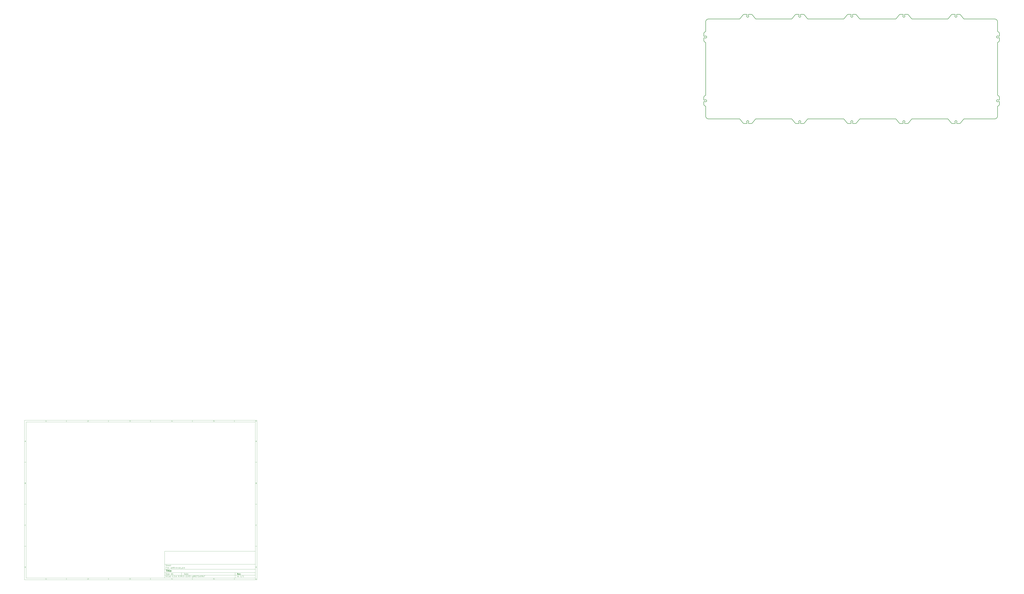
<source format=gbr>
%TF.GenerationSoftware,KiCad,Pcbnew,8.99.0-2193-g88272a59b7*%
%TF.CreationDate,2024-09-27T03:09:18+07:00*%
%TF.ProjectId,qk80,716b3830-2e6b-4696-9361-645f70636258,rev?*%
%TF.SameCoordinates,Original*%
%TF.FileFunction,Profile,NP*%
%FSLAX46Y46*%
G04 Gerber Fmt 4.6, Leading zero omitted, Abs format (unit mm)*
G04 Created by KiCad (PCBNEW 8.99.0-2193-g88272a59b7) date 2024-09-27 03:09:18*
%MOMM*%
%LPD*%
G01*
G04 APERTURE LIST*
%ADD10C,0.100000*%
%ADD11C,0.150000*%
%ADD12C,0.300000*%
%ADD13C,0.400000*%
%TA.AperFunction,Profile*%
%ADD14C,0.500000*%
%TD*%
G04 APERTURE END LIST*
D10*
D11*
X177002200Y-166007200D02*
X285002200Y-166007200D01*
X285002200Y-198007200D01*
X177002200Y-198007200D01*
X177002200Y-166007200D01*
D10*
D11*
X10000000Y-10000000D02*
X287002200Y-10000000D01*
X287002200Y-200007200D01*
X10000000Y-200007200D01*
X10000000Y-10000000D01*
D10*
D11*
X12000000Y-12000000D02*
X285002200Y-12000000D01*
X285002200Y-198007200D01*
X12000000Y-198007200D01*
X12000000Y-12000000D01*
D10*
D11*
X60000000Y-12000000D02*
X60000000Y-10000000D01*
D10*
D11*
X110000000Y-12000000D02*
X110000000Y-10000000D01*
D10*
D11*
X160000000Y-12000000D02*
X160000000Y-10000000D01*
D10*
D11*
X210000000Y-12000000D02*
X210000000Y-10000000D01*
D10*
D11*
X260000000Y-12000000D02*
X260000000Y-10000000D01*
D10*
D11*
X36089160Y-11593604D02*
X35346303Y-11593604D01*
X35717731Y-11593604D02*
X35717731Y-10293604D01*
X35717731Y-10293604D02*
X35593922Y-10479319D01*
X35593922Y-10479319D02*
X35470112Y-10603128D01*
X35470112Y-10603128D02*
X35346303Y-10665033D01*
D10*
D11*
X85346303Y-10417414D02*
X85408207Y-10355509D01*
X85408207Y-10355509D02*
X85532017Y-10293604D01*
X85532017Y-10293604D02*
X85841541Y-10293604D01*
X85841541Y-10293604D02*
X85965350Y-10355509D01*
X85965350Y-10355509D02*
X86027255Y-10417414D01*
X86027255Y-10417414D02*
X86089160Y-10541223D01*
X86089160Y-10541223D02*
X86089160Y-10665033D01*
X86089160Y-10665033D02*
X86027255Y-10850747D01*
X86027255Y-10850747D02*
X85284398Y-11593604D01*
X85284398Y-11593604D02*
X86089160Y-11593604D01*
D10*
D11*
X135284398Y-10293604D02*
X136089160Y-10293604D01*
X136089160Y-10293604D02*
X135655826Y-10788842D01*
X135655826Y-10788842D02*
X135841541Y-10788842D01*
X135841541Y-10788842D02*
X135965350Y-10850747D01*
X135965350Y-10850747D02*
X136027255Y-10912652D01*
X136027255Y-10912652D02*
X136089160Y-11036461D01*
X136089160Y-11036461D02*
X136089160Y-11345985D01*
X136089160Y-11345985D02*
X136027255Y-11469795D01*
X136027255Y-11469795D02*
X135965350Y-11531700D01*
X135965350Y-11531700D02*
X135841541Y-11593604D01*
X135841541Y-11593604D02*
X135470112Y-11593604D01*
X135470112Y-11593604D02*
X135346303Y-11531700D01*
X135346303Y-11531700D02*
X135284398Y-11469795D01*
D10*
D11*
X185965350Y-10726938D02*
X185965350Y-11593604D01*
X185655826Y-10231700D02*
X185346303Y-11160271D01*
X185346303Y-11160271D02*
X186151064Y-11160271D01*
D10*
D11*
X236027255Y-10293604D02*
X235408207Y-10293604D01*
X235408207Y-10293604D02*
X235346303Y-10912652D01*
X235346303Y-10912652D02*
X235408207Y-10850747D01*
X235408207Y-10850747D02*
X235532017Y-10788842D01*
X235532017Y-10788842D02*
X235841541Y-10788842D01*
X235841541Y-10788842D02*
X235965350Y-10850747D01*
X235965350Y-10850747D02*
X236027255Y-10912652D01*
X236027255Y-10912652D02*
X236089160Y-11036461D01*
X236089160Y-11036461D02*
X236089160Y-11345985D01*
X236089160Y-11345985D02*
X236027255Y-11469795D01*
X236027255Y-11469795D02*
X235965350Y-11531700D01*
X235965350Y-11531700D02*
X235841541Y-11593604D01*
X235841541Y-11593604D02*
X235532017Y-11593604D01*
X235532017Y-11593604D02*
X235408207Y-11531700D01*
X235408207Y-11531700D02*
X235346303Y-11469795D01*
D10*
D11*
X285965350Y-10293604D02*
X285717731Y-10293604D01*
X285717731Y-10293604D02*
X285593922Y-10355509D01*
X285593922Y-10355509D02*
X285532017Y-10417414D01*
X285532017Y-10417414D02*
X285408207Y-10603128D01*
X285408207Y-10603128D02*
X285346303Y-10850747D01*
X285346303Y-10850747D02*
X285346303Y-11345985D01*
X285346303Y-11345985D02*
X285408207Y-11469795D01*
X285408207Y-11469795D02*
X285470112Y-11531700D01*
X285470112Y-11531700D02*
X285593922Y-11593604D01*
X285593922Y-11593604D02*
X285841541Y-11593604D01*
X285841541Y-11593604D02*
X285965350Y-11531700D01*
X285965350Y-11531700D02*
X286027255Y-11469795D01*
X286027255Y-11469795D02*
X286089160Y-11345985D01*
X286089160Y-11345985D02*
X286089160Y-11036461D01*
X286089160Y-11036461D02*
X286027255Y-10912652D01*
X286027255Y-10912652D02*
X285965350Y-10850747D01*
X285965350Y-10850747D02*
X285841541Y-10788842D01*
X285841541Y-10788842D02*
X285593922Y-10788842D01*
X285593922Y-10788842D02*
X285470112Y-10850747D01*
X285470112Y-10850747D02*
X285408207Y-10912652D01*
X285408207Y-10912652D02*
X285346303Y-11036461D01*
D10*
D11*
X60000000Y-198007200D02*
X60000000Y-200007200D01*
D10*
D11*
X110000000Y-198007200D02*
X110000000Y-200007200D01*
D10*
D11*
X160000000Y-198007200D02*
X160000000Y-200007200D01*
D10*
D11*
X210000000Y-198007200D02*
X210000000Y-200007200D01*
D10*
D11*
X260000000Y-198007200D02*
X260000000Y-200007200D01*
D10*
D11*
X36089160Y-199600804D02*
X35346303Y-199600804D01*
X35717731Y-199600804D02*
X35717731Y-198300804D01*
X35717731Y-198300804D02*
X35593922Y-198486519D01*
X35593922Y-198486519D02*
X35470112Y-198610328D01*
X35470112Y-198610328D02*
X35346303Y-198672233D01*
D10*
D11*
X85346303Y-198424614D02*
X85408207Y-198362709D01*
X85408207Y-198362709D02*
X85532017Y-198300804D01*
X85532017Y-198300804D02*
X85841541Y-198300804D01*
X85841541Y-198300804D02*
X85965350Y-198362709D01*
X85965350Y-198362709D02*
X86027255Y-198424614D01*
X86027255Y-198424614D02*
X86089160Y-198548423D01*
X86089160Y-198548423D02*
X86089160Y-198672233D01*
X86089160Y-198672233D02*
X86027255Y-198857947D01*
X86027255Y-198857947D02*
X85284398Y-199600804D01*
X85284398Y-199600804D02*
X86089160Y-199600804D01*
D10*
D11*
X135284398Y-198300804D02*
X136089160Y-198300804D01*
X136089160Y-198300804D02*
X135655826Y-198796042D01*
X135655826Y-198796042D02*
X135841541Y-198796042D01*
X135841541Y-198796042D02*
X135965350Y-198857947D01*
X135965350Y-198857947D02*
X136027255Y-198919852D01*
X136027255Y-198919852D02*
X136089160Y-199043661D01*
X136089160Y-199043661D02*
X136089160Y-199353185D01*
X136089160Y-199353185D02*
X136027255Y-199476995D01*
X136027255Y-199476995D02*
X135965350Y-199538900D01*
X135965350Y-199538900D02*
X135841541Y-199600804D01*
X135841541Y-199600804D02*
X135470112Y-199600804D01*
X135470112Y-199600804D02*
X135346303Y-199538900D01*
X135346303Y-199538900D02*
X135284398Y-199476995D01*
D10*
D11*
X185965350Y-198734138D02*
X185965350Y-199600804D01*
X185655826Y-198238900D02*
X185346303Y-199167471D01*
X185346303Y-199167471D02*
X186151064Y-199167471D01*
D10*
D11*
X236027255Y-198300804D02*
X235408207Y-198300804D01*
X235408207Y-198300804D02*
X235346303Y-198919852D01*
X235346303Y-198919852D02*
X235408207Y-198857947D01*
X235408207Y-198857947D02*
X235532017Y-198796042D01*
X235532017Y-198796042D02*
X235841541Y-198796042D01*
X235841541Y-198796042D02*
X235965350Y-198857947D01*
X235965350Y-198857947D02*
X236027255Y-198919852D01*
X236027255Y-198919852D02*
X236089160Y-199043661D01*
X236089160Y-199043661D02*
X236089160Y-199353185D01*
X236089160Y-199353185D02*
X236027255Y-199476995D01*
X236027255Y-199476995D02*
X235965350Y-199538900D01*
X235965350Y-199538900D02*
X235841541Y-199600804D01*
X235841541Y-199600804D02*
X235532017Y-199600804D01*
X235532017Y-199600804D02*
X235408207Y-199538900D01*
X235408207Y-199538900D02*
X235346303Y-199476995D01*
D10*
D11*
X285965350Y-198300804D02*
X285717731Y-198300804D01*
X285717731Y-198300804D02*
X285593922Y-198362709D01*
X285593922Y-198362709D02*
X285532017Y-198424614D01*
X285532017Y-198424614D02*
X285408207Y-198610328D01*
X285408207Y-198610328D02*
X285346303Y-198857947D01*
X285346303Y-198857947D02*
X285346303Y-199353185D01*
X285346303Y-199353185D02*
X285408207Y-199476995D01*
X285408207Y-199476995D02*
X285470112Y-199538900D01*
X285470112Y-199538900D02*
X285593922Y-199600804D01*
X285593922Y-199600804D02*
X285841541Y-199600804D01*
X285841541Y-199600804D02*
X285965350Y-199538900D01*
X285965350Y-199538900D02*
X286027255Y-199476995D01*
X286027255Y-199476995D02*
X286089160Y-199353185D01*
X286089160Y-199353185D02*
X286089160Y-199043661D01*
X286089160Y-199043661D02*
X286027255Y-198919852D01*
X286027255Y-198919852D02*
X285965350Y-198857947D01*
X285965350Y-198857947D02*
X285841541Y-198796042D01*
X285841541Y-198796042D02*
X285593922Y-198796042D01*
X285593922Y-198796042D02*
X285470112Y-198857947D01*
X285470112Y-198857947D02*
X285408207Y-198919852D01*
X285408207Y-198919852D02*
X285346303Y-199043661D01*
D10*
D11*
X10000000Y-60000000D02*
X12000000Y-60000000D01*
D10*
D11*
X10000000Y-110000000D02*
X12000000Y-110000000D01*
D10*
D11*
X10000000Y-160000000D02*
X12000000Y-160000000D01*
D10*
D11*
X10690476Y-35222176D02*
X11309523Y-35222176D01*
X10566666Y-35593604D02*
X10999999Y-34293604D01*
X10999999Y-34293604D02*
X11433333Y-35593604D01*
D10*
D11*
X11092857Y-84912652D02*
X11278571Y-84974557D01*
X11278571Y-84974557D02*
X11340476Y-85036461D01*
X11340476Y-85036461D02*
X11402380Y-85160271D01*
X11402380Y-85160271D02*
X11402380Y-85345985D01*
X11402380Y-85345985D02*
X11340476Y-85469795D01*
X11340476Y-85469795D02*
X11278571Y-85531700D01*
X11278571Y-85531700D02*
X11154761Y-85593604D01*
X11154761Y-85593604D02*
X10659523Y-85593604D01*
X10659523Y-85593604D02*
X10659523Y-84293604D01*
X10659523Y-84293604D02*
X11092857Y-84293604D01*
X11092857Y-84293604D02*
X11216666Y-84355509D01*
X11216666Y-84355509D02*
X11278571Y-84417414D01*
X11278571Y-84417414D02*
X11340476Y-84541223D01*
X11340476Y-84541223D02*
X11340476Y-84665033D01*
X11340476Y-84665033D02*
X11278571Y-84788842D01*
X11278571Y-84788842D02*
X11216666Y-84850747D01*
X11216666Y-84850747D02*
X11092857Y-84912652D01*
X11092857Y-84912652D02*
X10659523Y-84912652D01*
D10*
D11*
X11402380Y-135469795D02*
X11340476Y-135531700D01*
X11340476Y-135531700D02*
X11154761Y-135593604D01*
X11154761Y-135593604D02*
X11030952Y-135593604D01*
X11030952Y-135593604D02*
X10845238Y-135531700D01*
X10845238Y-135531700D02*
X10721428Y-135407890D01*
X10721428Y-135407890D02*
X10659523Y-135284080D01*
X10659523Y-135284080D02*
X10597619Y-135036461D01*
X10597619Y-135036461D02*
X10597619Y-134850747D01*
X10597619Y-134850747D02*
X10659523Y-134603128D01*
X10659523Y-134603128D02*
X10721428Y-134479319D01*
X10721428Y-134479319D02*
X10845238Y-134355509D01*
X10845238Y-134355509D02*
X11030952Y-134293604D01*
X11030952Y-134293604D02*
X11154761Y-134293604D01*
X11154761Y-134293604D02*
X11340476Y-134355509D01*
X11340476Y-134355509D02*
X11402380Y-134417414D01*
D10*
D11*
X10659523Y-185593604D02*
X10659523Y-184293604D01*
X10659523Y-184293604D02*
X10969047Y-184293604D01*
X10969047Y-184293604D02*
X11154761Y-184355509D01*
X11154761Y-184355509D02*
X11278571Y-184479319D01*
X11278571Y-184479319D02*
X11340476Y-184603128D01*
X11340476Y-184603128D02*
X11402380Y-184850747D01*
X11402380Y-184850747D02*
X11402380Y-185036461D01*
X11402380Y-185036461D02*
X11340476Y-185284080D01*
X11340476Y-185284080D02*
X11278571Y-185407890D01*
X11278571Y-185407890D02*
X11154761Y-185531700D01*
X11154761Y-185531700D02*
X10969047Y-185593604D01*
X10969047Y-185593604D02*
X10659523Y-185593604D01*
D10*
D11*
X287002200Y-60000000D02*
X285002200Y-60000000D01*
D10*
D11*
X287002200Y-110000000D02*
X285002200Y-110000000D01*
D10*
D11*
X287002200Y-160000000D02*
X285002200Y-160000000D01*
D10*
D11*
X285692676Y-35222176D02*
X286311723Y-35222176D01*
X285568866Y-35593604D02*
X286002199Y-34293604D01*
X286002199Y-34293604D02*
X286435533Y-35593604D01*
D10*
D11*
X286095057Y-84912652D02*
X286280771Y-84974557D01*
X286280771Y-84974557D02*
X286342676Y-85036461D01*
X286342676Y-85036461D02*
X286404580Y-85160271D01*
X286404580Y-85160271D02*
X286404580Y-85345985D01*
X286404580Y-85345985D02*
X286342676Y-85469795D01*
X286342676Y-85469795D02*
X286280771Y-85531700D01*
X286280771Y-85531700D02*
X286156961Y-85593604D01*
X286156961Y-85593604D02*
X285661723Y-85593604D01*
X285661723Y-85593604D02*
X285661723Y-84293604D01*
X285661723Y-84293604D02*
X286095057Y-84293604D01*
X286095057Y-84293604D02*
X286218866Y-84355509D01*
X286218866Y-84355509D02*
X286280771Y-84417414D01*
X286280771Y-84417414D02*
X286342676Y-84541223D01*
X286342676Y-84541223D02*
X286342676Y-84665033D01*
X286342676Y-84665033D02*
X286280771Y-84788842D01*
X286280771Y-84788842D02*
X286218866Y-84850747D01*
X286218866Y-84850747D02*
X286095057Y-84912652D01*
X286095057Y-84912652D02*
X285661723Y-84912652D01*
D10*
D11*
X286404580Y-135469795D02*
X286342676Y-135531700D01*
X286342676Y-135531700D02*
X286156961Y-135593604D01*
X286156961Y-135593604D02*
X286033152Y-135593604D01*
X286033152Y-135593604D02*
X285847438Y-135531700D01*
X285847438Y-135531700D02*
X285723628Y-135407890D01*
X285723628Y-135407890D02*
X285661723Y-135284080D01*
X285661723Y-135284080D02*
X285599819Y-135036461D01*
X285599819Y-135036461D02*
X285599819Y-134850747D01*
X285599819Y-134850747D02*
X285661723Y-134603128D01*
X285661723Y-134603128D02*
X285723628Y-134479319D01*
X285723628Y-134479319D02*
X285847438Y-134355509D01*
X285847438Y-134355509D02*
X286033152Y-134293604D01*
X286033152Y-134293604D02*
X286156961Y-134293604D01*
X286156961Y-134293604D02*
X286342676Y-134355509D01*
X286342676Y-134355509D02*
X286404580Y-134417414D01*
D10*
D11*
X285661723Y-185593604D02*
X285661723Y-184293604D01*
X285661723Y-184293604D02*
X285971247Y-184293604D01*
X285971247Y-184293604D02*
X286156961Y-184355509D01*
X286156961Y-184355509D02*
X286280771Y-184479319D01*
X286280771Y-184479319D02*
X286342676Y-184603128D01*
X286342676Y-184603128D02*
X286404580Y-184850747D01*
X286404580Y-184850747D02*
X286404580Y-185036461D01*
X286404580Y-185036461D02*
X286342676Y-185284080D01*
X286342676Y-185284080D02*
X286280771Y-185407890D01*
X286280771Y-185407890D02*
X286156961Y-185531700D01*
X286156961Y-185531700D02*
X285971247Y-185593604D01*
X285971247Y-185593604D02*
X285661723Y-185593604D01*
D10*
D11*
X200458026Y-193793328D02*
X200458026Y-192293328D01*
X200458026Y-192293328D02*
X200815169Y-192293328D01*
X200815169Y-192293328D02*
X201029455Y-192364757D01*
X201029455Y-192364757D02*
X201172312Y-192507614D01*
X201172312Y-192507614D02*
X201243741Y-192650471D01*
X201243741Y-192650471D02*
X201315169Y-192936185D01*
X201315169Y-192936185D02*
X201315169Y-193150471D01*
X201315169Y-193150471D02*
X201243741Y-193436185D01*
X201243741Y-193436185D02*
X201172312Y-193579042D01*
X201172312Y-193579042D02*
X201029455Y-193721900D01*
X201029455Y-193721900D02*
X200815169Y-193793328D01*
X200815169Y-193793328D02*
X200458026Y-193793328D01*
X202600884Y-193793328D02*
X202600884Y-193007614D01*
X202600884Y-193007614D02*
X202529455Y-192864757D01*
X202529455Y-192864757D02*
X202386598Y-192793328D01*
X202386598Y-192793328D02*
X202100884Y-192793328D01*
X202100884Y-192793328D02*
X201958026Y-192864757D01*
X202600884Y-193721900D02*
X202458026Y-193793328D01*
X202458026Y-193793328D02*
X202100884Y-193793328D01*
X202100884Y-193793328D02*
X201958026Y-193721900D01*
X201958026Y-193721900D02*
X201886598Y-193579042D01*
X201886598Y-193579042D02*
X201886598Y-193436185D01*
X201886598Y-193436185D02*
X201958026Y-193293328D01*
X201958026Y-193293328D02*
X202100884Y-193221900D01*
X202100884Y-193221900D02*
X202458026Y-193221900D01*
X202458026Y-193221900D02*
X202600884Y-193150471D01*
X203100884Y-192793328D02*
X203672312Y-192793328D01*
X203315169Y-192293328D02*
X203315169Y-193579042D01*
X203315169Y-193579042D02*
X203386598Y-193721900D01*
X203386598Y-193721900D02*
X203529455Y-193793328D01*
X203529455Y-193793328D02*
X203672312Y-193793328D01*
X204743741Y-193721900D02*
X204600884Y-193793328D01*
X204600884Y-193793328D02*
X204315170Y-193793328D01*
X204315170Y-193793328D02*
X204172312Y-193721900D01*
X204172312Y-193721900D02*
X204100884Y-193579042D01*
X204100884Y-193579042D02*
X204100884Y-193007614D01*
X204100884Y-193007614D02*
X204172312Y-192864757D01*
X204172312Y-192864757D02*
X204315170Y-192793328D01*
X204315170Y-192793328D02*
X204600884Y-192793328D01*
X204600884Y-192793328D02*
X204743741Y-192864757D01*
X204743741Y-192864757D02*
X204815170Y-193007614D01*
X204815170Y-193007614D02*
X204815170Y-193150471D01*
X204815170Y-193150471D02*
X204100884Y-193293328D01*
X205458026Y-193650471D02*
X205529455Y-193721900D01*
X205529455Y-193721900D02*
X205458026Y-193793328D01*
X205458026Y-193793328D02*
X205386598Y-193721900D01*
X205386598Y-193721900D02*
X205458026Y-193650471D01*
X205458026Y-193650471D02*
X205458026Y-193793328D01*
X205458026Y-192864757D02*
X205529455Y-192936185D01*
X205529455Y-192936185D02*
X205458026Y-193007614D01*
X205458026Y-193007614D02*
X205386598Y-192936185D01*
X205386598Y-192936185D02*
X205458026Y-192864757D01*
X205458026Y-192864757D02*
X205458026Y-193007614D01*
D10*
D11*
X177002200Y-194507200D02*
X285002200Y-194507200D01*
D10*
D11*
X178458026Y-196593328D02*
X178458026Y-195093328D01*
X179315169Y-196593328D02*
X178672312Y-195736185D01*
X179315169Y-195093328D02*
X178458026Y-195950471D01*
X179958026Y-196593328D02*
X179958026Y-195593328D01*
X179958026Y-195093328D02*
X179886598Y-195164757D01*
X179886598Y-195164757D02*
X179958026Y-195236185D01*
X179958026Y-195236185D02*
X180029455Y-195164757D01*
X180029455Y-195164757D02*
X179958026Y-195093328D01*
X179958026Y-195093328D02*
X179958026Y-195236185D01*
X181529455Y-196450471D02*
X181458027Y-196521900D01*
X181458027Y-196521900D02*
X181243741Y-196593328D01*
X181243741Y-196593328D02*
X181100884Y-196593328D01*
X181100884Y-196593328D02*
X180886598Y-196521900D01*
X180886598Y-196521900D02*
X180743741Y-196379042D01*
X180743741Y-196379042D02*
X180672312Y-196236185D01*
X180672312Y-196236185D02*
X180600884Y-195950471D01*
X180600884Y-195950471D02*
X180600884Y-195736185D01*
X180600884Y-195736185D02*
X180672312Y-195450471D01*
X180672312Y-195450471D02*
X180743741Y-195307614D01*
X180743741Y-195307614D02*
X180886598Y-195164757D01*
X180886598Y-195164757D02*
X181100884Y-195093328D01*
X181100884Y-195093328D02*
X181243741Y-195093328D01*
X181243741Y-195093328D02*
X181458027Y-195164757D01*
X181458027Y-195164757D02*
X181529455Y-195236185D01*
X182815170Y-196593328D02*
X182815170Y-195807614D01*
X182815170Y-195807614D02*
X182743741Y-195664757D01*
X182743741Y-195664757D02*
X182600884Y-195593328D01*
X182600884Y-195593328D02*
X182315170Y-195593328D01*
X182315170Y-195593328D02*
X182172312Y-195664757D01*
X182815170Y-196521900D02*
X182672312Y-196593328D01*
X182672312Y-196593328D02*
X182315170Y-196593328D01*
X182315170Y-196593328D02*
X182172312Y-196521900D01*
X182172312Y-196521900D02*
X182100884Y-196379042D01*
X182100884Y-196379042D02*
X182100884Y-196236185D01*
X182100884Y-196236185D02*
X182172312Y-196093328D01*
X182172312Y-196093328D02*
X182315170Y-196021900D01*
X182315170Y-196021900D02*
X182672312Y-196021900D01*
X182672312Y-196021900D02*
X182815170Y-195950471D01*
X184172313Y-196593328D02*
X184172313Y-195093328D01*
X184172313Y-196521900D02*
X184029455Y-196593328D01*
X184029455Y-196593328D02*
X183743741Y-196593328D01*
X183743741Y-196593328D02*
X183600884Y-196521900D01*
X183600884Y-196521900D02*
X183529455Y-196450471D01*
X183529455Y-196450471D02*
X183458027Y-196307614D01*
X183458027Y-196307614D02*
X183458027Y-195879042D01*
X183458027Y-195879042D02*
X183529455Y-195736185D01*
X183529455Y-195736185D02*
X183600884Y-195664757D01*
X183600884Y-195664757D02*
X183743741Y-195593328D01*
X183743741Y-195593328D02*
X184029455Y-195593328D01*
X184029455Y-195593328D02*
X184172313Y-195664757D01*
X186029455Y-195807614D02*
X186529455Y-195807614D01*
X186743741Y-196593328D02*
X186029455Y-196593328D01*
X186029455Y-196593328D02*
X186029455Y-195093328D01*
X186029455Y-195093328D02*
X186743741Y-195093328D01*
X187386598Y-196450471D02*
X187458027Y-196521900D01*
X187458027Y-196521900D02*
X187386598Y-196593328D01*
X187386598Y-196593328D02*
X187315170Y-196521900D01*
X187315170Y-196521900D02*
X187386598Y-196450471D01*
X187386598Y-196450471D02*
X187386598Y-196593328D01*
X188100884Y-196593328D02*
X188100884Y-195093328D01*
X188100884Y-195093328D02*
X188458027Y-195093328D01*
X188458027Y-195093328D02*
X188672313Y-195164757D01*
X188672313Y-195164757D02*
X188815170Y-195307614D01*
X188815170Y-195307614D02*
X188886599Y-195450471D01*
X188886599Y-195450471D02*
X188958027Y-195736185D01*
X188958027Y-195736185D02*
X188958027Y-195950471D01*
X188958027Y-195950471D02*
X188886599Y-196236185D01*
X188886599Y-196236185D02*
X188815170Y-196379042D01*
X188815170Y-196379042D02*
X188672313Y-196521900D01*
X188672313Y-196521900D02*
X188458027Y-196593328D01*
X188458027Y-196593328D02*
X188100884Y-196593328D01*
X189600884Y-196450471D02*
X189672313Y-196521900D01*
X189672313Y-196521900D02*
X189600884Y-196593328D01*
X189600884Y-196593328D02*
X189529456Y-196521900D01*
X189529456Y-196521900D02*
X189600884Y-196450471D01*
X189600884Y-196450471D02*
X189600884Y-196593328D01*
X190243742Y-196164757D02*
X190958028Y-196164757D01*
X190100885Y-196593328D02*
X190600885Y-195093328D01*
X190600885Y-195093328D02*
X191100885Y-196593328D01*
X191600884Y-196450471D02*
X191672313Y-196521900D01*
X191672313Y-196521900D02*
X191600884Y-196593328D01*
X191600884Y-196593328D02*
X191529456Y-196521900D01*
X191529456Y-196521900D02*
X191600884Y-196450471D01*
X191600884Y-196450471D02*
X191600884Y-196593328D01*
X193672313Y-195736185D02*
X193529456Y-195664757D01*
X193529456Y-195664757D02*
X193458027Y-195593328D01*
X193458027Y-195593328D02*
X193386599Y-195450471D01*
X193386599Y-195450471D02*
X193386599Y-195379042D01*
X193386599Y-195379042D02*
X193458027Y-195236185D01*
X193458027Y-195236185D02*
X193529456Y-195164757D01*
X193529456Y-195164757D02*
X193672313Y-195093328D01*
X193672313Y-195093328D02*
X193958027Y-195093328D01*
X193958027Y-195093328D02*
X194100885Y-195164757D01*
X194100885Y-195164757D02*
X194172313Y-195236185D01*
X194172313Y-195236185D02*
X194243742Y-195379042D01*
X194243742Y-195379042D02*
X194243742Y-195450471D01*
X194243742Y-195450471D02*
X194172313Y-195593328D01*
X194172313Y-195593328D02*
X194100885Y-195664757D01*
X194100885Y-195664757D02*
X193958027Y-195736185D01*
X193958027Y-195736185D02*
X193672313Y-195736185D01*
X193672313Y-195736185D02*
X193529456Y-195807614D01*
X193529456Y-195807614D02*
X193458027Y-195879042D01*
X193458027Y-195879042D02*
X193386599Y-196021900D01*
X193386599Y-196021900D02*
X193386599Y-196307614D01*
X193386599Y-196307614D02*
X193458027Y-196450471D01*
X193458027Y-196450471D02*
X193529456Y-196521900D01*
X193529456Y-196521900D02*
X193672313Y-196593328D01*
X193672313Y-196593328D02*
X193958027Y-196593328D01*
X193958027Y-196593328D02*
X194100885Y-196521900D01*
X194100885Y-196521900D02*
X194172313Y-196450471D01*
X194172313Y-196450471D02*
X194243742Y-196307614D01*
X194243742Y-196307614D02*
X194243742Y-196021900D01*
X194243742Y-196021900D02*
X194172313Y-195879042D01*
X194172313Y-195879042D02*
X194100885Y-195807614D01*
X194100885Y-195807614D02*
X193958027Y-195736185D01*
X194886598Y-196450471D02*
X194958027Y-196521900D01*
X194958027Y-196521900D02*
X194886598Y-196593328D01*
X194886598Y-196593328D02*
X194815170Y-196521900D01*
X194815170Y-196521900D02*
X194886598Y-196450471D01*
X194886598Y-196450471D02*
X194886598Y-196593328D01*
X195672313Y-196593328D02*
X195958027Y-196593328D01*
X195958027Y-196593328D02*
X196100884Y-196521900D01*
X196100884Y-196521900D02*
X196172313Y-196450471D01*
X196172313Y-196450471D02*
X196315170Y-196236185D01*
X196315170Y-196236185D02*
X196386599Y-195950471D01*
X196386599Y-195950471D02*
X196386599Y-195379042D01*
X196386599Y-195379042D02*
X196315170Y-195236185D01*
X196315170Y-195236185D02*
X196243742Y-195164757D01*
X196243742Y-195164757D02*
X196100884Y-195093328D01*
X196100884Y-195093328D02*
X195815170Y-195093328D01*
X195815170Y-195093328D02*
X195672313Y-195164757D01*
X195672313Y-195164757D02*
X195600884Y-195236185D01*
X195600884Y-195236185D02*
X195529456Y-195379042D01*
X195529456Y-195379042D02*
X195529456Y-195736185D01*
X195529456Y-195736185D02*
X195600884Y-195879042D01*
X195600884Y-195879042D02*
X195672313Y-195950471D01*
X195672313Y-195950471D02*
X195815170Y-196021900D01*
X195815170Y-196021900D02*
X196100884Y-196021900D01*
X196100884Y-196021900D02*
X196243742Y-195950471D01*
X196243742Y-195950471D02*
X196315170Y-195879042D01*
X196315170Y-195879042D02*
X196386599Y-195736185D01*
X197100884Y-196593328D02*
X197386598Y-196593328D01*
X197386598Y-196593328D02*
X197529455Y-196521900D01*
X197529455Y-196521900D02*
X197600884Y-196450471D01*
X197600884Y-196450471D02*
X197743741Y-196236185D01*
X197743741Y-196236185D02*
X197815170Y-195950471D01*
X197815170Y-195950471D02*
X197815170Y-195379042D01*
X197815170Y-195379042D02*
X197743741Y-195236185D01*
X197743741Y-195236185D02*
X197672313Y-195164757D01*
X197672313Y-195164757D02*
X197529455Y-195093328D01*
X197529455Y-195093328D02*
X197243741Y-195093328D01*
X197243741Y-195093328D02*
X197100884Y-195164757D01*
X197100884Y-195164757D02*
X197029455Y-195236185D01*
X197029455Y-195236185D02*
X196958027Y-195379042D01*
X196958027Y-195379042D02*
X196958027Y-195736185D01*
X196958027Y-195736185D02*
X197029455Y-195879042D01*
X197029455Y-195879042D02*
X197100884Y-195950471D01*
X197100884Y-195950471D02*
X197243741Y-196021900D01*
X197243741Y-196021900D02*
X197529455Y-196021900D01*
X197529455Y-196021900D02*
X197672313Y-195950471D01*
X197672313Y-195950471D02*
X197743741Y-195879042D01*
X197743741Y-195879042D02*
X197815170Y-195736185D01*
X198458026Y-196450471D02*
X198529455Y-196521900D01*
X198529455Y-196521900D02*
X198458026Y-196593328D01*
X198458026Y-196593328D02*
X198386598Y-196521900D01*
X198386598Y-196521900D02*
X198458026Y-196450471D01*
X198458026Y-196450471D02*
X198458026Y-196593328D01*
X199458027Y-195093328D02*
X199600884Y-195093328D01*
X199600884Y-195093328D02*
X199743741Y-195164757D01*
X199743741Y-195164757D02*
X199815170Y-195236185D01*
X199815170Y-195236185D02*
X199886598Y-195379042D01*
X199886598Y-195379042D02*
X199958027Y-195664757D01*
X199958027Y-195664757D02*
X199958027Y-196021900D01*
X199958027Y-196021900D02*
X199886598Y-196307614D01*
X199886598Y-196307614D02*
X199815170Y-196450471D01*
X199815170Y-196450471D02*
X199743741Y-196521900D01*
X199743741Y-196521900D02*
X199600884Y-196593328D01*
X199600884Y-196593328D02*
X199458027Y-196593328D01*
X199458027Y-196593328D02*
X199315170Y-196521900D01*
X199315170Y-196521900D02*
X199243741Y-196450471D01*
X199243741Y-196450471D02*
X199172312Y-196307614D01*
X199172312Y-196307614D02*
X199100884Y-196021900D01*
X199100884Y-196021900D02*
X199100884Y-195664757D01*
X199100884Y-195664757D02*
X199172312Y-195379042D01*
X199172312Y-195379042D02*
X199243741Y-195236185D01*
X199243741Y-195236185D02*
X199315170Y-195164757D01*
X199315170Y-195164757D02*
X199458027Y-195093328D01*
X200600883Y-196021900D02*
X201743741Y-196021900D01*
X202386598Y-195236185D02*
X202458026Y-195164757D01*
X202458026Y-195164757D02*
X202600884Y-195093328D01*
X202600884Y-195093328D02*
X202958026Y-195093328D01*
X202958026Y-195093328D02*
X203100884Y-195164757D01*
X203100884Y-195164757D02*
X203172312Y-195236185D01*
X203172312Y-195236185D02*
X203243741Y-195379042D01*
X203243741Y-195379042D02*
X203243741Y-195521900D01*
X203243741Y-195521900D02*
X203172312Y-195736185D01*
X203172312Y-195736185D02*
X202315169Y-196593328D01*
X202315169Y-196593328D02*
X203243741Y-196593328D01*
X204672312Y-196593328D02*
X203815169Y-196593328D01*
X204243740Y-196593328D02*
X204243740Y-195093328D01*
X204243740Y-195093328D02*
X204100883Y-195307614D01*
X204100883Y-195307614D02*
X203958026Y-195450471D01*
X203958026Y-195450471D02*
X203815169Y-195521900D01*
X205386597Y-196593328D02*
X205672311Y-196593328D01*
X205672311Y-196593328D02*
X205815168Y-196521900D01*
X205815168Y-196521900D02*
X205886597Y-196450471D01*
X205886597Y-196450471D02*
X206029454Y-196236185D01*
X206029454Y-196236185D02*
X206100883Y-195950471D01*
X206100883Y-195950471D02*
X206100883Y-195379042D01*
X206100883Y-195379042D02*
X206029454Y-195236185D01*
X206029454Y-195236185D02*
X205958026Y-195164757D01*
X205958026Y-195164757D02*
X205815168Y-195093328D01*
X205815168Y-195093328D02*
X205529454Y-195093328D01*
X205529454Y-195093328D02*
X205386597Y-195164757D01*
X205386597Y-195164757D02*
X205315168Y-195236185D01*
X205315168Y-195236185D02*
X205243740Y-195379042D01*
X205243740Y-195379042D02*
X205243740Y-195736185D01*
X205243740Y-195736185D02*
X205315168Y-195879042D01*
X205315168Y-195879042D02*
X205386597Y-195950471D01*
X205386597Y-195950471D02*
X205529454Y-196021900D01*
X205529454Y-196021900D02*
X205815168Y-196021900D01*
X205815168Y-196021900D02*
X205958026Y-195950471D01*
X205958026Y-195950471D02*
X206029454Y-195879042D01*
X206029454Y-195879042D02*
X206100883Y-195736185D01*
X206600882Y-195093328D02*
X207529454Y-195093328D01*
X207529454Y-195093328D02*
X207029454Y-195664757D01*
X207029454Y-195664757D02*
X207243739Y-195664757D01*
X207243739Y-195664757D02*
X207386597Y-195736185D01*
X207386597Y-195736185D02*
X207458025Y-195807614D01*
X207458025Y-195807614D02*
X207529454Y-195950471D01*
X207529454Y-195950471D02*
X207529454Y-196307614D01*
X207529454Y-196307614D02*
X207458025Y-196450471D01*
X207458025Y-196450471D02*
X207386597Y-196521900D01*
X207386597Y-196521900D02*
X207243739Y-196593328D01*
X207243739Y-196593328D02*
X206815168Y-196593328D01*
X206815168Y-196593328D02*
X206672311Y-196521900D01*
X206672311Y-196521900D02*
X206600882Y-196450471D01*
X208172310Y-196021900D02*
X209315168Y-196021900D01*
X210672311Y-195593328D02*
X210672311Y-196807614D01*
X210672311Y-196807614D02*
X210600882Y-196950471D01*
X210600882Y-196950471D02*
X210529453Y-197021900D01*
X210529453Y-197021900D02*
X210386596Y-197093328D01*
X210386596Y-197093328D02*
X210172311Y-197093328D01*
X210172311Y-197093328D02*
X210029453Y-197021900D01*
X210672311Y-196521900D02*
X210529453Y-196593328D01*
X210529453Y-196593328D02*
X210243739Y-196593328D01*
X210243739Y-196593328D02*
X210100882Y-196521900D01*
X210100882Y-196521900D02*
X210029453Y-196450471D01*
X210029453Y-196450471D02*
X209958025Y-196307614D01*
X209958025Y-196307614D02*
X209958025Y-195879042D01*
X209958025Y-195879042D02*
X210029453Y-195736185D01*
X210029453Y-195736185D02*
X210100882Y-195664757D01*
X210100882Y-195664757D02*
X210243739Y-195593328D01*
X210243739Y-195593328D02*
X210529453Y-195593328D01*
X210529453Y-195593328D02*
X210672311Y-195664757D01*
X211600882Y-195736185D02*
X211458025Y-195664757D01*
X211458025Y-195664757D02*
X211386596Y-195593328D01*
X211386596Y-195593328D02*
X211315168Y-195450471D01*
X211315168Y-195450471D02*
X211315168Y-195379042D01*
X211315168Y-195379042D02*
X211386596Y-195236185D01*
X211386596Y-195236185D02*
X211458025Y-195164757D01*
X211458025Y-195164757D02*
X211600882Y-195093328D01*
X211600882Y-195093328D02*
X211886596Y-195093328D01*
X211886596Y-195093328D02*
X212029454Y-195164757D01*
X212029454Y-195164757D02*
X212100882Y-195236185D01*
X212100882Y-195236185D02*
X212172311Y-195379042D01*
X212172311Y-195379042D02*
X212172311Y-195450471D01*
X212172311Y-195450471D02*
X212100882Y-195593328D01*
X212100882Y-195593328D02*
X212029454Y-195664757D01*
X212029454Y-195664757D02*
X211886596Y-195736185D01*
X211886596Y-195736185D02*
X211600882Y-195736185D01*
X211600882Y-195736185D02*
X211458025Y-195807614D01*
X211458025Y-195807614D02*
X211386596Y-195879042D01*
X211386596Y-195879042D02*
X211315168Y-196021900D01*
X211315168Y-196021900D02*
X211315168Y-196307614D01*
X211315168Y-196307614D02*
X211386596Y-196450471D01*
X211386596Y-196450471D02*
X211458025Y-196521900D01*
X211458025Y-196521900D02*
X211600882Y-196593328D01*
X211600882Y-196593328D02*
X211886596Y-196593328D01*
X211886596Y-196593328D02*
X212029454Y-196521900D01*
X212029454Y-196521900D02*
X212100882Y-196450471D01*
X212100882Y-196450471D02*
X212172311Y-196307614D01*
X212172311Y-196307614D02*
X212172311Y-196021900D01*
X212172311Y-196021900D02*
X212100882Y-195879042D01*
X212100882Y-195879042D02*
X212029454Y-195807614D01*
X212029454Y-195807614D02*
X211886596Y-195736185D01*
X213029453Y-195736185D02*
X212886596Y-195664757D01*
X212886596Y-195664757D02*
X212815167Y-195593328D01*
X212815167Y-195593328D02*
X212743739Y-195450471D01*
X212743739Y-195450471D02*
X212743739Y-195379042D01*
X212743739Y-195379042D02*
X212815167Y-195236185D01*
X212815167Y-195236185D02*
X212886596Y-195164757D01*
X212886596Y-195164757D02*
X213029453Y-195093328D01*
X213029453Y-195093328D02*
X213315167Y-195093328D01*
X213315167Y-195093328D02*
X213458025Y-195164757D01*
X213458025Y-195164757D02*
X213529453Y-195236185D01*
X213529453Y-195236185D02*
X213600882Y-195379042D01*
X213600882Y-195379042D02*
X213600882Y-195450471D01*
X213600882Y-195450471D02*
X213529453Y-195593328D01*
X213529453Y-195593328D02*
X213458025Y-195664757D01*
X213458025Y-195664757D02*
X213315167Y-195736185D01*
X213315167Y-195736185D02*
X213029453Y-195736185D01*
X213029453Y-195736185D02*
X212886596Y-195807614D01*
X212886596Y-195807614D02*
X212815167Y-195879042D01*
X212815167Y-195879042D02*
X212743739Y-196021900D01*
X212743739Y-196021900D02*
X212743739Y-196307614D01*
X212743739Y-196307614D02*
X212815167Y-196450471D01*
X212815167Y-196450471D02*
X212886596Y-196521900D01*
X212886596Y-196521900D02*
X213029453Y-196593328D01*
X213029453Y-196593328D02*
X213315167Y-196593328D01*
X213315167Y-196593328D02*
X213458025Y-196521900D01*
X213458025Y-196521900D02*
X213529453Y-196450471D01*
X213529453Y-196450471D02*
X213600882Y-196307614D01*
X213600882Y-196307614D02*
X213600882Y-196021900D01*
X213600882Y-196021900D02*
X213529453Y-195879042D01*
X213529453Y-195879042D02*
X213458025Y-195807614D01*
X213458025Y-195807614D02*
X213315167Y-195736185D01*
X214172310Y-195236185D02*
X214243738Y-195164757D01*
X214243738Y-195164757D02*
X214386596Y-195093328D01*
X214386596Y-195093328D02*
X214743738Y-195093328D01*
X214743738Y-195093328D02*
X214886596Y-195164757D01*
X214886596Y-195164757D02*
X214958024Y-195236185D01*
X214958024Y-195236185D02*
X215029453Y-195379042D01*
X215029453Y-195379042D02*
X215029453Y-195521900D01*
X215029453Y-195521900D02*
X214958024Y-195736185D01*
X214958024Y-195736185D02*
X214100881Y-196593328D01*
X214100881Y-196593328D02*
X215029453Y-196593328D01*
X215529452Y-195093328D02*
X216529452Y-195093328D01*
X216529452Y-195093328D02*
X215886595Y-196593328D01*
X217029452Y-195236185D02*
X217100880Y-195164757D01*
X217100880Y-195164757D02*
X217243738Y-195093328D01*
X217243738Y-195093328D02*
X217600880Y-195093328D01*
X217600880Y-195093328D02*
X217743738Y-195164757D01*
X217743738Y-195164757D02*
X217815166Y-195236185D01*
X217815166Y-195236185D02*
X217886595Y-195379042D01*
X217886595Y-195379042D02*
X217886595Y-195521900D01*
X217886595Y-195521900D02*
X217815166Y-195736185D01*
X217815166Y-195736185D02*
X216958023Y-196593328D01*
X216958023Y-196593328D02*
X217886595Y-196593328D01*
X219172309Y-196593328D02*
X219172309Y-195807614D01*
X219172309Y-195807614D02*
X219100880Y-195664757D01*
X219100880Y-195664757D02*
X218958023Y-195593328D01*
X218958023Y-195593328D02*
X218672309Y-195593328D01*
X218672309Y-195593328D02*
X218529451Y-195664757D01*
X219172309Y-196521900D02*
X219029451Y-196593328D01*
X219029451Y-196593328D02*
X218672309Y-196593328D01*
X218672309Y-196593328D02*
X218529451Y-196521900D01*
X218529451Y-196521900D02*
X218458023Y-196379042D01*
X218458023Y-196379042D02*
X218458023Y-196236185D01*
X218458023Y-196236185D02*
X218529451Y-196093328D01*
X218529451Y-196093328D02*
X218672309Y-196021900D01*
X218672309Y-196021900D02*
X219029451Y-196021900D01*
X219029451Y-196021900D02*
X219172309Y-195950471D01*
X220600880Y-195093328D02*
X219886594Y-195093328D01*
X219886594Y-195093328D02*
X219815166Y-195807614D01*
X219815166Y-195807614D02*
X219886594Y-195736185D01*
X219886594Y-195736185D02*
X220029452Y-195664757D01*
X220029452Y-195664757D02*
X220386594Y-195664757D01*
X220386594Y-195664757D02*
X220529452Y-195736185D01*
X220529452Y-195736185D02*
X220600880Y-195807614D01*
X220600880Y-195807614D02*
X220672309Y-195950471D01*
X220672309Y-195950471D02*
X220672309Y-196307614D01*
X220672309Y-196307614D02*
X220600880Y-196450471D01*
X220600880Y-196450471D02*
X220529452Y-196521900D01*
X220529452Y-196521900D02*
X220386594Y-196593328D01*
X220386594Y-196593328D02*
X220029452Y-196593328D01*
X220029452Y-196593328D02*
X219886594Y-196521900D01*
X219886594Y-196521900D02*
X219815166Y-196450471D01*
X221386594Y-196593328D02*
X221672308Y-196593328D01*
X221672308Y-196593328D02*
X221815165Y-196521900D01*
X221815165Y-196521900D02*
X221886594Y-196450471D01*
X221886594Y-196450471D02*
X222029451Y-196236185D01*
X222029451Y-196236185D02*
X222100880Y-195950471D01*
X222100880Y-195950471D02*
X222100880Y-195379042D01*
X222100880Y-195379042D02*
X222029451Y-195236185D01*
X222029451Y-195236185D02*
X221958023Y-195164757D01*
X221958023Y-195164757D02*
X221815165Y-195093328D01*
X221815165Y-195093328D02*
X221529451Y-195093328D01*
X221529451Y-195093328D02*
X221386594Y-195164757D01*
X221386594Y-195164757D02*
X221315165Y-195236185D01*
X221315165Y-195236185D02*
X221243737Y-195379042D01*
X221243737Y-195379042D02*
X221243737Y-195736185D01*
X221243737Y-195736185D02*
X221315165Y-195879042D01*
X221315165Y-195879042D02*
X221386594Y-195950471D01*
X221386594Y-195950471D02*
X221529451Y-196021900D01*
X221529451Y-196021900D02*
X221815165Y-196021900D01*
X221815165Y-196021900D02*
X221958023Y-195950471D01*
X221958023Y-195950471D02*
X222029451Y-195879042D01*
X222029451Y-195879042D02*
X222100880Y-195736185D01*
X222743736Y-196593328D02*
X222743736Y-195093328D01*
X222743736Y-195664757D02*
X222886594Y-195593328D01*
X222886594Y-195593328D02*
X223172308Y-195593328D01*
X223172308Y-195593328D02*
X223315165Y-195664757D01*
X223315165Y-195664757D02*
X223386594Y-195736185D01*
X223386594Y-195736185D02*
X223458022Y-195879042D01*
X223458022Y-195879042D02*
X223458022Y-196307614D01*
X223458022Y-196307614D02*
X223386594Y-196450471D01*
X223386594Y-196450471D02*
X223315165Y-196521900D01*
X223315165Y-196521900D02*
X223172308Y-196593328D01*
X223172308Y-196593328D02*
X222886594Y-196593328D01*
X222886594Y-196593328D02*
X222743736Y-196521900D01*
X223958022Y-195093328D02*
X224958022Y-195093328D01*
X224958022Y-195093328D02*
X224315165Y-196593328D01*
D10*
D11*
X177002200Y-191507200D02*
X285002200Y-191507200D01*
D10*
D12*
X264413853Y-193785528D02*
X263913853Y-193071242D01*
X263556710Y-193785528D02*
X263556710Y-192285528D01*
X263556710Y-192285528D02*
X264128139Y-192285528D01*
X264128139Y-192285528D02*
X264270996Y-192356957D01*
X264270996Y-192356957D02*
X264342425Y-192428385D01*
X264342425Y-192428385D02*
X264413853Y-192571242D01*
X264413853Y-192571242D02*
X264413853Y-192785528D01*
X264413853Y-192785528D02*
X264342425Y-192928385D01*
X264342425Y-192928385D02*
X264270996Y-192999814D01*
X264270996Y-192999814D02*
X264128139Y-193071242D01*
X264128139Y-193071242D02*
X263556710Y-193071242D01*
X265628139Y-193714100D02*
X265485282Y-193785528D01*
X265485282Y-193785528D02*
X265199568Y-193785528D01*
X265199568Y-193785528D02*
X265056710Y-193714100D01*
X265056710Y-193714100D02*
X264985282Y-193571242D01*
X264985282Y-193571242D02*
X264985282Y-192999814D01*
X264985282Y-192999814D02*
X265056710Y-192856957D01*
X265056710Y-192856957D02*
X265199568Y-192785528D01*
X265199568Y-192785528D02*
X265485282Y-192785528D01*
X265485282Y-192785528D02*
X265628139Y-192856957D01*
X265628139Y-192856957D02*
X265699568Y-192999814D01*
X265699568Y-192999814D02*
X265699568Y-193142671D01*
X265699568Y-193142671D02*
X264985282Y-193285528D01*
X266199567Y-192785528D02*
X266556710Y-193785528D01*
X266556710Y-193785528D02*
X266913853Y-192785528D01*
X267485281Y-193642671D02*
X267556710Y-193714100D01*
X267556710Y-193714100D02*
X267485281Y-193785528D01*
X267485281Y-193785528D02*
X267413853Y-193714100D01*
X267413853Y-193714100D02*
X267485281Y-193642671D01*
X267485281Y-193642671D02*
X267485281Y-193785528D01*
X267485281Y-192856957D02*
X267556710Y-192928385D01*
X267556710Y-192928385D02*
X267485281Y-192999814D01*
X267485281Y-192999814D02*
X267413853Y-192928385D01*
X267413853Y-192928385D02*
X267485281Y-192856957D01*
X267485281Y-192856957D02*
X267485281Y-192999814D01*
D10*
D11*
X178386598Y-193721900D02*
X178600884Y-193793328D01*
X178600884Y-193793328D02*
X178958026Y-193793328D01*
X178958026Y-193793328D02*
X179100884Y-193721900D01*
X179100884Y-193721900D02*
X179172312Y-193650471D01*
X179172312Y-193650471D02*
X179243741Y-193507614D01*
X179243741Y-193507614D02*
X179243741Y-193364757D01*
X179243741Y-193364757D02*
X179172312Y-193221900D01*
X179172312Y-193221900D02*
X179100884Y-193150471D01*
X179100884Y-193150471D02*
X178958026Y-193079042D01*
X178958026Y-193079042D02*
X178672312Y-193007614D01*
X178672312Y-193007614D02*
X178529455Y-192936185D01*
X178529455Y-192936185D02*
X178458026Y-192864757D01*
X178458026Y-192864757D02*
X178386598Y-192721900D01*
X178386598Y-192721900D02*
X178386598Y-192579042D01*
X178386598Y-192579042D02*
X178458026Y-192436185D01*
X178458026Y-192436185D02*
X178529455Y-192364757D01*
X178529455Y-192364757D02*
X178672312Y-192293328D01*
X178672312Y-192293328D02*
X179029455Y-192293328D01*
X179029455Y-192293328D02*
X179243741Y-192364757D01*
X179886597Y-193793328D02*
X179886597Y-192793328D01*
X179886597Y-192293328D02*
X179815169Y-192364757D01*
X179815169Y-192364757D02*
X179886597Y-192436185D01*
X179886597Y-192436185D02*
X179958026Y-192364757D01*
X179958026Y-192364757D02*
X179886597Y-192293328D01*
X179886597Y-192293328D02*
X179886597Y-192436185D01*
X180458026Y-192793328D02*
X181243741Y-192793328D01*
X181243741Y-192793328D02*
X180458026Y-193793328D01*
X180458026Y-193793328D02*
X181243741Y-193793328D01*
X182386598Y-193721900D02*
X182243741Y-193793328D01*
X182243741Y-193793328D02*
X181958027Y-193793328D01*
X181958027Y-193793328D02*
X181815169Y-193721900D01*
X181815169Y-193721900D02*
X181743741Y-193579042D01*
X181743741Y-193579042D02*
X181743741Y-193007614D01*
X181743741Y-193007614D02*
X181815169Y-192864757D01*
X181815169Y-192864757D02*
X181958027Y-192793328D01*
X181958027Y-192793328D02*
X182243741Y-192793328D01*
X182243741Y-192793328D02*
X182386598Y-192864757D01*
X182386598Y-192864757D02*
X182458027Y-193007614D01*
X182458027Y-193007614D02*
X182458027Y-193150471D01*
X182458027Y-193150471D02*
X181743741Y-193293328D01*
X183100883Y-193650471D02*
X183172312Y-193721900D01*
X183172312Y-193721900D02*
X183100883Y-193793328D01*
X183100883Y-193793328D02*
X183029455Y-193721900D01*
X183029455Y-193721900D02*
X183100883Y-193650471D01*
X183100883Y-193650471D02*
X183100883Y-193793328D01*
X183100883Y-192864757D02*
X183172312Y-192936185D01*
X183172312Y-192936185D02*
X183100883Y-193007614D01*
X183100883Y-193007614D02*
X183029455Y-192936185D01*
X183029455Y-192936185D02*
X183100883Y-192864757D01*
X183100883Y-192864757D02*
X183100883Y-193007614D01*
X184886598Y-193364757D02*
X185600884Y-193364757D01*
X184743741Y-193793328D02*
X185243741Y-192293328D01*
X185243741Y-192293328D02*
X185743741Y-193793328D01*
X186886598Y-192793328D02*
X186886598Y-193793328D01*
X186529455Y-192221900D02*
X186172312Y-193293328D01*
X186172312Y-193293328D02*
X187100883Y-193293328D01*
D10*
D11*
X263458026Y-196593328D02*
X263458026Y-195093328D01*
X264815170Y-196593328D02*
X264815170Y-195093328D01*
X264815170Y-196521900D02*
X264672312Y-196593328D01*
X264672312Y-196593328D02*
X264386598Y-196593328D01*
X264386598Y-196593328D02*
X264243741Y-196521900D01*
X264243741Y-196521900D02*
X264172312Y-196450471D01*
X264172312Y-196450471D02*
X264100884Y-196307614D01*
X264100884Y-196307614D02*
X264100884Y-195879042D01*
X264100884Y-195879042D02*
X264172312Y-195736185D01*
X264172312Y-195736185D02*
X264243741Y-195664757D01*
X264243741Y-195664757D02*
X264386598Y-195593328D01*
X264386598Y-195593328D02*
X264672312Y-195593328D01*
X264672312Y-195593328D02*
X264815170Y-195664757D01*
X265529455Y-196450471D02*
X265600884Y-196521900D01*
X265600884Y-196521900D02*
X265529455Y-196593328D01*
X265529455Y-196593328D02*
X265458027Y-196521900D01*
X265458027Y-196521900D02*
X265529455Y-196450471D01*
X265529455Y-196450471D02*
X265529455Y-196593328D01*
X265529455Y-195664757D02*
X265600884Y-195736185D01*
X265600884Y-195736185D02*
X265529455Y-195807614D01*
X265529455Y-195807614D02*
X265458027Y-195736185D01*
X265458027Y-195736185D02*
X265529455Y-195664757D01*
X265529455Y-195664757D02*
X265529455Y-195807614D01*
X268172313Y-196593328D02*
X267315170Y-196593328D01*
X267743741Y-196593328D02*
X267743741Y-195093328D01*
X267743741Y-195093328D02*
X267600884Y-195307614D01*
X267600884Y-195307614D02*
X267458027Y-195450471D01*
X267458027Y-195450471D02*
X267315170Y-195521900D01*
X269886598Y-195021900D02*
X268600884Y-196950471D01*
X271172313Y-196593328D02*
X270315170Y-196593328D01*
X270743741Y-196593328D02*
X270743741Y-195093328D01*
X270743741Y-195093328D02*
X270600884Y-195307614D01*
X270600884Y-195307614D02*
X270458027Y-195450471D01*
X270458027Y-195450471D02*
X270315170Y-195521900D01*
D10*
D11*
X177002200Y-187507200D02*
X285002200Y-187507200D01*
D10*
D13*
X178693928Y-188211638D02*
X179836785Y-188211638D01*
X179015357Y-190211638D02*
X179265357Y-188211638D01*
X180253452Y-190211638D02*
X180420119Y-188878304D01*
X180503452Y-188211638D02*
X180396309Y-188306876D01*
X180396309Y-188306876D02*
X180479643Y-188402114D01*
X180479643Y-188402114D02*
X180586786Y-188306876D01*
X180586786Y-188306876D02*
X180503452Y-188211638D01*
X180503452Y-188211638D02*
X180479643Y-188402114D01*
X181086786Y-188878304D02*
X181848690Y-188878304D01*
X181455833Y-188211638D02*
X181241548Y-189925923D01*
X181241548Y-189925923D02*
X181312976Y-190116400D01*
X181312976Y-190116400D02*
X181491548Y-190211638D01*
X181491548Y-190211638D02*
X181682024Y-190211638D01*
X182634405Y-190211638D02*
X182455833Y-190116400D01*
X182455833Y-190116400D02*
X182384405Y-189925923D01*
X182384405Y-189925923D02*
X182598690Y-188211638D01*
X184170119Y-190116400D02*
X183967738Y-190211638D01*
X183967738Y-190211638D02*
X183586785Y-190211638D01*
X183586785Y-190211638D02*
X183408214Y-190116400D01*
X183408214Y-190116400D02*
X183336785Y-189925923D01*
X183336785Y-189925923D02*
X183432024Y-189164019D01*
X183432024Y-189164019D02*
X183551071Y-188973542D01*
X183551071Y-188973542D02*
X183753452Y-188878304D01*
X183753452Y-188878304D02*
X184134404Y-188878304D01*
X184134404Y-188878304D02*
X184312976Y-188973542D01*
X184312976Y-188973542D02*
X184384404Y-189164019D01*
X184384404Y-189164019D02*
X184360595Y-189354495D01*
X184360595Y-189354495D02*
X183384404Y-189544971D01*
X185134405Y-190021161D02*
X185217738Y-190116400D01*
X185217738Y-190116400D02*
X185110595Y-190211638D01*
X185110595Y-190211638D02*
X185027262Y-190116400D01*
X185027262Y-190116400D02*
X185134405Y-190021161D01*
X185134405Y-190021161D02*
X185110595Y-190211638D01*
X185265357Y-188973542D02*
X185348690Y-189068780D01*
X185348690Y-189068780D02*
X185241548Y-189164019D01*
X185241548Y-189164019D02*
X185158214Y-189068780D01*
X185158214Y-189068780D02*
X185265357Y-188973542D01*
X185265357Y-188973542D02*
X185241548Y-189164019D01*
D10*
D11*
X178958026Y-185607614D02*
X178458026Y-185607614D01*
X178458026Y-186393328D02*
X178458026Y-184893328D01*
X178458026Y-184893328D02*
X179172312Y-184893328D01*
X179743740Y-186393328D02*
X179743740Y-185393328D01*
X179743740Y-184893328D02*
X179672312Y-184964757D01*
X179672312Y-184964757D02*
X179743740Y-185036185D01*
X179743740Y-185036185D02*
X179815169Y-184964757D01*
X179815169Y-184964757D02*
X179743740Y-184893328D01*
X179743740Y-184893328D02*
X179743740Y-185036185D01*
X180672312Y-186393328D02*
X180529455Y-186321900D01*
X180529455Y-186321900D02*
X180458026Y-186179042D01*
X180458026Y-186179042D02*
X180458026Y-184893328D01*
X181815169Y-186321900D02*
X181672312Y-186393328D01*
X181672312Y-186393328D02*
X181386598Y-186393328D01*
X181386598Y-186393328D02*
X181243740Y-186321900D01*
X181243740Y-186321900D02*
X181172312Y-186179042D01*
X181172312Y-186179042D02*
X181172312Y-185607614D01*
X181172312Y-185607614D02*
X181243740Y-185464757D01*
X181243740Y-185464757D02*
X181386598Y-185393328D01*
X181386598Y-185393328D02*
X181672312Y-185393328D01*
X181672312Y-185393328D02*
X181815169Y-185464757D01*
X181815169Y-185464757D02*
X181886598Y-185607614D01*
X181886598Y-185607614D02*
X181886598Y-185750471D01*
X181886598Y-185750471D02*
X181172312Y-185893328D01*
X182529454Y-186250471D02*
X182600883Y-186321900D01*
X182600883Y-186321900D02*
X182529454Y-186393328D01*
X182529454Y-186393328D02*
X182458026Y-186321900D01*
X182458026Y-186321900D02*
X182529454Y-186250471D01*
X182529454Y-186250471D02*
X182529454Y-186393328D01*
X182529454Y-185464757D02*
X182600883Y-185536185D01*
X182600883Y-185536185D02*
X182529454Y-185607614D01*
X182529454Y-185607614D02*
X182458026Y-185536185D01*
X182458026Y-185536185D02*
X182529454Y-185464757D01*
X182529454Y-185464757D02*
X182529454Y-185607614D01*
X185029455Y-185393328D02*
X185029455Y-186893328D01*
X185029455Y-186321900D02*
X184886597Y-186393328D01*
X184886597Y-186393328D02*
X184600883Y-186393328D01*
X184600883Y-186393328D02*
X184458026Y-186321900D01*
X184458026Y-186321900D02*
X184386597Y-186250471D01*
X184386597Y-186250471D02*
X184315169Y-186107614D01*
X184315169Y-186107614D02*
X184315169Y-185679042D01*
X184315169Y-185679042D02*
X184386597Y-185536185D01*
X184386597Y-185536185D02*
X184458026Y-185464757D01*
X184458026Y-185464757D02*
X184600883Y-185393328D01*
X184600883Y-185393328D02*
X184886597Y-185393328D01*
X184886597Y-185393328D02*
X185029455Y-185464757D01*
X185743740Y-186393328D02*
X185743740Y-184893328D01*
X185886598Y-185821900D02*
X186315169Y-186393328D01*
X186315169Y-185393328D02*
X185743740Y-185964757D01*
X187172312Y-185536185D02*
X187029455Y-185464757D01*
X187029455Y-185464757D02*
X186958026Y-185393328D01*
X186958026Y-185393328D02*
X186886598Y-185250471D01*
X186886598Y-185250471D02*
X186886598Y-185179042D01*
X186886598Y-185179042D02*
X186958026Y-185036185D01*
X186958026Y-185036185D02*
X187029455Y-184964757D01*
X187029455Y-184964757D02*
X187172312Y-184893328D01*
X187172312Y-184893328D02*
X187458026Y-184893328D01*
X187458026Y-184893328D02*
X187600884Y-184964757D01*
X187600884Y-184964757D02*
X187672312Y-185036185D01*
X187672312Y-185036185D02*
X187743741Y-185179042D01*
X187743741Y-185179042D02*
X187743741Y-185250471D01*
X187743741Y-185250471D02*
X187672312Y-185393328D01*
X187672312Y-185393328D02*
X187600884Y-185464757D01*
X187600884Y-185464757D02*
X187458026Y-185536185D01*
X187458026Y-185536185D02*
X187172312Y-185536185D01*
X187172312Y-185536185D02*
X187029455Y-185607614D01*
X187029455Y-185607614D02*
X186958026Y-185679042D01*
X186958026Y-185679042D02*
X186886598Y-185821900D01*
X186886598Y-185821900D02*
X186886598Y-186107614D01*
X186886598Y-186107614D02*
X186958026Y-186250471D01*
X186958026Y-186250471D02*
X187029455Y-186321900D01*
X187029455Y-186321900D02*
X187172312Y-186393328D01*
X187172312Y-186393328D02*
X187458026Y-186393328D01*
X187458026Y-186393328D02*
X187600884Y-186321900D01*
X187600884Y-186321900D02*
X187672312Y-186250471D01*
X187672312Y-186250471D02*
X187743741Y-186107614D01*
X187743741Y-186107614D02*
X187743741Y-185821900D01*
X187743741Y-185821900D02*
X187672312Y-185679042D01*
X187672312Y-185679042D02*
X187600884Y-185607614D01*
X187600884Y-185607614D02*
X187458026Y-185536185D01*
X188672312Y-184893328D02*
X188815169Y-184893328D01*
X188815169Y-184893328D02*
X188958026Y-184964757D01*
X188958026Y-184964757D02*
X189029455Y-185036185D01*
X189029455Y-185036185D02*
X189100883Y-185179042D01*
X189100883Y-185179042D02*
X189172312Y-185464757D01*
X189172312Y-185464757D02*
X189172312Y-185821900D01*
X189172312Y-185821900D02*
X189100883Y-186107614D01*
X189100883Y-186107614D02*
X189029455Y-186250471D01*
X189029455Y-186250471D02*
X188958026Y-186321900D01*
X188958026Y-186321900D02*
X188815169Y-186393328D01*
X188815169Y-186393328D02*
X188672312Y-186393328D01*
X188672312Y-186393328D02*
X188529455Y-186321900D01*
X188529455Y-186321900D02*
X188458026Y-186250471D01*
X188458026Y-186250471D02*
X188386597Y-186107614D01*
X188386597Y-186107614D02*
X188315169Y-185821900D01*
X188315169Y-185821900D02*
X188315169Y-185464757D01*
X188315169Y-185464757D02*
X188386597Y-185179042D01*
X188386597Y-185179042D02*
X188458026Y-185036185D01*
X188458026Y-185036185D02*
X188529455Y-184964757D01*
X188529455Y-184964757D02*
X188672312Y-184893328D01*
X189815168Y-186250471D02*
X189886597Y-186321900D01*
X189886597Y-186321900D02*
X189815168Y-186393328D01*
X189815168Y-186393328D02*
X189743740Y-186321900D01*
X189743740Y-186321900D02*
X189815168Y-186250471D01*
X189815168Y-186250471D02*
X189815168Y-186393328D01*
X190529454Y-186393328D02*
X190529454Y-184893328D01*
X190672312Y-185821900D02*
X191100883Y-186393328D01*
X191100883Y-185393328D02*
X190529454Y-185964757D01*
X191743740Y-186393328D02*
X191743740Y-185393328D01*
X191743740Y-184893328D02*
X191672312Y-184964757D01*
X191672312Y-184964757D02*
X191743740Y-185036185D01*
X191743740Y-185036185D02*
X191815169Y-184964757D01*
X191815169Y-184964757D02*
X191743740Y-184893328D01*
X191743740Y-184893328D02*
X191743740Y-185036185D01*
X193100884Y-186321900D02*
X192958026Y-186393328D01*
X192958026Y-186393328D02*
X192672312Y-186393328D01*
X192672312Y-186393328D02*
X192529455Y-186321900D01*
X192529455Y-186321900D02*
X192458026Y-186250471D01*
X192458026Y-186250471D02*
X192386598Y-186107614D01*
X192386598Y-186107614D02*
X192386598Y-185679042D01*
X192386598Y-185679042D02*
X192458026Y-185536185D01*
X192458026Y-185536185D02*
X192529455Y-185464757D01*
X192529455Y-185464757D02*
X192672312Y-185393328D01*
X192672312Y-185393328D02*
X192958026Y-185393328D01*
X192958026Y-185393328D02*
X193100884Y-185464757D01*
X194386598Y-186393328D02*
X194386598Y-185607614D01*
X194386598Y-185607614D02*
X194315169Y-185464757D01*
X194315169Y-185464757D02*
X194172312Y-185393328D01*
X194172312Y-185393328D02*
X193886598Y-185393328D01*
X193886598Y-185393328D02*
X193743740Y-185464757D01*
X194386598Y-186321900D02*
X194243740Y-186393328D01*
X194243740Y-186393328D02*
X193886598Y-186393328D01*
X193886598Y-186393328D02*
X193743740Y-186321900D01*
X193743740Y-186321900D02*
X193672312Y-186179042D01*
X193672312Y-186179042D02*
X193672312Y-186036185D01*
X193672312Y-186036185D02*
X193743740Y-185893328D01*
X193743740Y-185893328D02*
X193886598Y-185821900D01*
X193886598Y-185821900D02*
X194243740Y-185821900D01*
X194243740Y-185821900D02*
X194386598Y-185750471D01*
X195743741Y-186393328D02*
X195743741Y-184893328D01*
X195743741Y-186321900D02*
X195600883Y-186393328D01*
X195600883Y-186393328D02*
X195315169Y-186393328D01*
X195315169Y-186393328D02*
X195172312Y-186321900D01*
X195172312Y-186321900D02*
X195100883Y-186250471D01*
X195100883Y-186250471D02*
X195029455Y-186107614D01*
X195029455Y-186107614D02*
X195029455Y-185679042D01*
X195029455Y-185679042D02*
X195100883Y-185536185D01*
X195100883Y-185536185D02*
X195172312Y-185464757D01*
X195172312Y-185464757D02*
X195315169Y-185393328D01*
X195315169Y-185393328D02*
X195600883Y-185393328D01*
X195600883Y-185393328D02*
X195743741Y-185464757D01*
X196100884Y-186536185D02*
X197243741Y-186536185D01*
X197600883Y-185393328D02*
X197600883Y-186893328D01*
X197600883Y-185464757D02*
X197743741Y-185393328D01*
X197743741Y-185393328D02*
X198029455Y-185393328D01*
X198029455Y-185393328D02*
X198172312Y-185464757D01*
X198172312Y-185464757D02*
X198243741Y-185536185D01*
X198243741Y-185536185D02*
X198315169Y-185679042D01*
X198315169Y-185679042D02*
X198315169Y-186107614D01*
X198315169Y-186107614D02*
X198243741Y-186250471D01*
X198243741Y-186250471D02*
X198172312Y-186321900D01*
X198172312Y-186321900D02*
X198029455Y-186393328D01*
X198029455Y-186393328D02*
X197743741Y-186393328D01*
X197743741Y-186393328D02*
X197600883Y-186321900D01*
X199600884Y-186321900D02*
X199458026Y-186393328D01*
X199458026Y-186393328D02*
X199172312Y-186393328D01*
X199172312Y-186393328D02*
X199029455Y-186321900D01*
X199029455Y-186321900D02*
X198958026Y-186250471D01*
X198958026Y-186250471D02*
X198886598Y-186107614D01*
X198886598Y-186107614D02*
X198886598Y-185679042D01*
X198886598Y-185679042D02*
X198958026Y-185536185D01*
X198958026Y-185536185D02*
X199029455Y-185464757D01*
X199029455Y-185464757D02*
X199172312Y-185393328D01*
X199172312Y-185393328D02*
X199458026Y-185393328D01*
X199458026Y-185393328D02*
X199600884Y-185464757D01*
X200243740Y-186393328D02*
X200243740Y-184893328D01*
X200243740Y-185464757D02*
X200386598Y-185393328D01*
X200386598Y-185393328D02*
X200672312Y-185393328D01*
X200672312Y-185393328D02*
X200815169Y-185464757D01*
X200815169Y-185464757D02*
X200886598Y-185536185D01*
X200886598Y-185536185D02*
X200958026Y-185679042D01*
X200958026Y-185679042D02*
X200958026Y-186107614D01*
X200958026Y-186107614D02*
X200886598Y-186250471D01*
X200886598Y-186250471D02*
X200815169Y-186321900D01*
X200815169Y-186321900D02*
X200672312Y-186393328D01*
X200672312Y-186393328D02*
X200386598Y-186393328D01*
X200386598Y-186393328D02*
X200243740Y-186321900D01*
D10*
D11*
X177002200Y-181507200D02*
X285002200Y-181507200D01*
D10*
D11*
X178386598Y-183621900D02*
X178600884Y-183693328D01*
X178600884Y-183693328D02*
X178958026Y-183693328D01*
X178958026Y-183693328D02*
X179100884Y-183621900D01*
X179100884Y-183621900D02*
X179172312Y-183550471D01*
X179172312Y-183550471D02*
X179243741Y-183407614D01*
X179243741Y-183407614D02*
X179243741Y-183264757D01*
X179243741Y-183264757D02*
X179172312Y-183121900D01*
X179172312Y-183121900D02*
X179100884Y-183050471D01*
X179100884Y-183050471D02*
X178958026Y-182979042D01*
X178958026Y-182979042D02*
X178672312Y-182907614D01*
X178672312Y-182907614D02*
X178529455Y-182836185D01*
X178529455Y-182836185D02*
X178458026Y-182764757D01*
X178458026Y-182764757D02*
X178386598Y-182621900D01*
X178386598Y-182621900D02*
X178386598Y-182479042D01*
X178386598Y-182479042D02*
X178458026Y-182336185D01*
X178458026Y-182336185D02*
X178529455Y-182264757D01*
X178529455Y-182264757D02*
X178672312Y-182193328D01*
X178672312Y-182193328D02*
X179029455Y-182193328D01*
X179029455Y-182193328D02*
X179243741Y-182264757D01*
X179886597Y-183693328D02*
X179886597Y-182193328D01*
X180529455Y-183693328D02*
X180529455Y-182907614D01*
X180529455Y-182907614D02*
X180458026Y-182764757D01*
X180458026Y-182764757D02*
X180315169Y-182693328D01*
X180315169Y-182693328D02*
X180100883Y-182693328D01*
X180100883Y-182693328D02*
X179958026Y-182764757D01*
X179958026Y-182764757D02*
X179886597Y-182836185D01*
X181815169Y-183621900D02*
X181672312Y-183693328D01*
X181672312Y-183693328D02*
X181386598Y-183693328D01*
X181386598Y-183693328D02*
X181243740Y-183621900D01*
X181243740Y-183621900D02*
X181172312Y-183479042D01*
X181172312Y-183479042D02*
X181172312Y-182907614D01*
X181172312Y-182907614D02*
X181243740Y-182764757D01*
X181243740Y-182764757D02*
X181386598Y-182693328D01*
X181386598Y-182693328D02*
X181672312Y-182693328D01*
X181672312Y-182693328D02*
X181815169Y-182764757D01*
X181815169Y-182764757D02*
X181886598Y-182907614D01*
X181886598Y-182907614D02*
X181886598Y-183050471D01*
X181886598Y-183050471D02*
X181172312Y-183193328D01*
X183100883Y-183621900D02*
X182958026Y-183693328D01*
X182958026Y-183693328D02*
X182672312Y-183693328D01*
X182672312Y-183693328D02*
X182529454Y-183621900D01*
X182529454Y-183621900D02*
X182458026Y-183479042D01*
X182458026Y-183479042D02*
X182458026Y-182907614D01*
X182458026Y-182907614D02*
X182529454Y-182764757D01*
X182529454Y-182764757D02*
X182672312Y-182693328D01*
X182672312Y-182693328D02*
X182958026Y-182693328D01*
X182958026Y-182693328D02*
X183100883Y-182764757D01*
X183100883Y-182764757D02*
X183172312Y-182907614D01*
X183172312Y-182907614D02*
X183172312Y-183050471D01*
X183172312Y-183050471D02*
X182458026Y-183193328D01*
X183600883Y-182693328D02*
X184172311Y-182693328D01*
X183815168Y-182193328D02*
X183815168Y-183479042D01*
X183815168Y-183479042D02*
X183886597Y-183621900D01*
X183886597Y-183621900D02*
X184029454Y-183693328D01*
X184029454Y-183693328D02*
X184172311Y-183693328D01*
X184672311Y-183550471D02*
X184743740Y-183621900D01*
X184743740Y-183621900D02*
X184672311Y-183693328D01*
X184672311Y-183693328D02*
X184600883Y-183621900D01*
X184600883Y-183621900D02*
X184672311Y-183550471D01*
X184672311Y-183550471D02*
X184672311Y-183693328D01*
X184672311Y-182764757D02*
X184743740Y-182836185D01*
X184743740Y-182836185D02*
X184672311Y-182907614D01*
X184672311Y-182907614D02*
X184600883Y-182836185D01*
X184600883Y-182836185D02*
X184672311Y-182764757D01*
X184672311Y-182764757D02*
X184672311Y-182907614D01*
D10*
D11*
X197002200Y-191507200D02*
X197002200Y-194507200D01*
D10*
D11*
X261002200Y-191507200D02*
X261002200Y-198007200D01*
D14*
X1110002154Y349043196D02*
X1067002096Y349043165D01*
X1165550931Y349043511D02*
X1165550931Y349043499D01*
X1170035179Y369855305D02*
G75*
G02*
X1169997742Y371503952I-957979J802995D01*
G01*
X1171280024Y445462925D02*
X1171278973Y442293549D01*
X934292176Y472376158D02*
G75*
G02*
X932643570Y472338728I-802976J-958058D01*
G01*
X819834263Y452099237D02*
X821413513Y453364448D01*
X1115229627Y473622140D02*
X1118242699Y473622140D01*
X1169075962Y464560323D02*
X1169076013Y453421448D01*
X1067002096Y349043165D02*
X1062901373Y344031974D01*
X1120292137Y472376126D02*
X1120292656Y473222419D01*
X1170665599Y365155915D02*
X1169077184Y363908303D01*
X923989215Y349043192D02*
X880989136Y349043143D01*
X870242499Y473622173D02*
G75*
G02*
X870642673Y473222362I1J-400173D01*
G01*
X1170035179Y369855305D02*
X1170881445Y369854785D01*
X867228495Y473622173D02*
X870242499Y473622173D01*
X1118642659Y473219734D02*
X1118643512Y472338785D01*
X1120348615Y343939167D02*
X1120348615Y343939166D01*
X1114035585Y344107222D02*
X1110002154Y349043196D01*
X934292176Y472376158D02*
X934292695Y473222419D01*
X819242551Y447818147D02*
X819243603Y450992452D01*
X994242599Y473622141D02*
G75*
G02*
X994642641Y473222142I1J-400041D01*
G01*
X1169077184Y363908303D02*
X1169075962Y352568194D01*
X1118296100Y343539167D02*
X1115124106Y343540219D01*
X819242551Y442352314D02*
X819242552Y445368004D01*
X991124122Y343540203D02*
G75*
G02*
X990034249Y344108767I80878J1483897D01*
G01*
X872292176Y472376158D02*
X872292695Y473222419D01*
X1114089913Y473129373D02*
G75*
G02*
X1115229627Y473622149I1105587J-992673D01*
G01*
X937749401Y343539162D02*
X934735699Y343539162D01*
X938957576Y473051852D02*
X942989156Y468118143D01*
X1120292656Y473222419D02*
G75*
G02*
X1120692732Y473622144I399944J-219D01*
G01*
X819243603Y450992452D02*
G75*
G02*
X819834257Y452099245I1483997J-80952D01*
G01*
X1047989219Y468118143D02*
X1052089976Y473129375D01*
X1000955561Y473054259D02*
X1004989135Y468118111D01*
X1170879058Y371504783D02*
X1169997717Y371503929D01*
X1058292719Y473222319D02*
G75*
G02*
X1058696157Y473622167I400081J-219D01*
G01*
X1118242699Y473622140D02*
G75*
G02*
X1118642632Y473219734I1J-399940D01*
G01*
X1048002135Y349043197D02*
X1005002113Y349043148D01*
X1056242699Y473622141D02*
G75*
G02*
X1056642701Y473216330I-99J-400141D01*
G01*
X996292155Y472376126D02*
X996292674Y473222419D01*
X1062901373Y344031974D02*
G75*
G02*
X1061763390Y343539152I-1105273J991926D01*
G01*
X932686195Y344785177D02*
X932685676Y343938929D01*
X1115124106Y343540219D02*
G75*
G02*
X1114035604Y344107237I81094J1483981D01*
G01*
X1169076013Y439921448D02*
X1169077184Y377408303D01*
X1171281196Y369451417D02*
X1171280144Y366280300D01*
X819211053Y375008752D02*
G75*
G02*
X819825008Y376132888I1484147J-80852D01*
G01*
X1170880245Y445867930D02*
G75*
G02*
X1171280000Y445462925I-345J-400130D01*
G01*
X820456012Y371433946D02*
X819609753Y371434466D01*
X937867191Y473621120D02*
G75*
G02*
X938957571Y473051848I-80991J-1484020D01*
G01*
X1124955986Y473053717D02*
X1128989117Y468118110D01*
X999867227Y473621088D02*
G75*
G02*
X1000955526Y473054232I-81127J-1483888D01*
G01*
X1053124143Y343540220D02*
G75*
G02*
X1052033847Y344109306I80957J1484080D01*
G01*
X821413462Y352568666D02*
X821414013Y363880948D01*
X934335675Y343939163D02*
X934335676Y343939162D01*
X1109989156Y468118142D02*
X1114089913Y473129373D01*
X1120692732Y473622140D02*
X1123867264Y473621087D01*
X994699132Y344785164D02*
X994698613Y343938929D01*
X820488565Y447417493D02*
X819642303Y447418013D01*
X866089967Y473129425D02*
G75*
G02*
X867228495Y473622171I1105233J-992025D01*
G01*
X1118699134Y344785180D02*
X1118698615Y343938929D01*
X821414013Y377380947D02*
X821446564Y439864495D01*
X1058348596Y343938786D02*
X1058347740Y344822618D01*
X996692732Y473622099D02*
X996692732Y473622141D01*
X994642674Y473222141D02*
X994643530Y472338638D01*
X1171278973Y442293549D02*
G75*
G02*
X1170664966Y441169464I-1483973J80851D01*
G01*
X1056298466Y343539177D02*
X1056298466Y343539167D01*
X819611731Y369784468D02*
X820493413Y369785322D01*
X821413462Y464580972D02*
G75*
G02*
X824937314Y468106038I3525038J28D01*
G01*
X990089936Y473129380D02*
G75*
G02*
X991228091Y473622140I1105264J-992080D01*
G01*
X870283100Y343539146D02*
X867111127Y343540198D01*
X861989195Y468118175D02*
X866089967Y473129425D01*
X994699132Y344785164D02*
G75*
G02*
X996347758Y344822627I802968J958036D01*
G01*
X996748599Y343539150D02*
G75*
G02*
X996348580Y343944226I101J400150D01*
G01*
X819609753Y371434466D02*
G75*
G02*
X819209975Y371837136I247J400034D01*
G01*
X994298466Y343539150D02*
X991124122Y343540203D01*
X932242499Y473622173D02*
G75*
G02*
X932642673Y473222362I1J-400173D01*
G01*
X996348608Y343944226D02*
X996347757Y344822628D01*
X872292695Y473222419D02*
G75*
G02*
X872694832Y473622199I400005J-219D01*
G01*
X880989156Y468118143D02*
X923989195Y468118175D01*
X1118699134Y344785180D02*
G75*
G02*
X1120347760Y344822648I802966J958020D01*
G01*
X1053230442Y473622141D02*
X1056242699Y473622141D01*
X1165550931Y349043499D02*
X1129002115Y349043164D01*
X1123867264Y473621087D02*
G75*
G02*
X1124955952Y473053690I-81164J-1483887D01*
G01*
X821413466Y352568666D02*
X821413462Y352568666D01*
X819210001Y371837136D02*
X819211053Y375008752D01*
X1052089976Y473129375D02*
G75*
G02*
X1053230442Y473622128I1105624J-992775D01*
G01*
X1118698615Y343938929D02*
G75*
G02*
X1118296100Y343539193I-400015J271D01*
G01*
X1128989117Y468118110D02*
X1165552067Y468105997D01*
X934735699Y343539162D02*
G75*
G02*
X934335662Y343939163I1J400038D01*
G01*
X875867191Y473621120D02*
G75*
G02*
X876957571Y473051848I-80991J-1484020D01*
G01*
X929111056Y343540215D02*
G75*
G02*
X928023382Y344106306I80944J1483485D01*
G01*
X1005002113Y349043148D02*
X1000901383Y344031950D01*
X934292695Y473222419D02*
G75*
G02*
X934694832Y473622199I400005J-219D01*
G01*
X820456012Y371433946D02*
G75*
G02*
X820493371Y369785284I957988J-803046D01*
G01*
X1066989180Y468118111D02*
X1109989156Y468118142D01*
X876957576Y473051852D02*
X880989156Y468118143D01*
X820488565Y447417493D02*
G75*
G02*
X820525978Y445768873I958035J-802993D01*
G01*
X872292176Y472376158D02*
G75*
G02*
X870643570Y472338728I-802976J-958058D01*
G01*
X1058696157Y473622140D02*
X1061867359Y473621088D01*
X929228495Y473622173D02*
X932242499Y473622173D01*
X870685636Y343938929D02*
G75*
G02*
X870283100Y343539172I-400036J271D01*
G01*
X872694832Y473622173D02*
X875867191Y473621120D01*
X994642674Y473222142D02*
X994642674Y473222141D01*
X994298466Y343539160D02*
X994298466Y343539150D01*
X1123764313Y343539166D02*
X1120748899Y343539166D01*
X932686195Y344785177D02*
G75*
G02*
X934334820Y344822578I803005J957923D01*
G01*
X819642303Y447418013D02*
G75*
G02*
X819242613Y447818147I297J399987D01*
G01*
X1056698596Y343938929D02*
G75*
G02*
X1056298466Y343539204I-399996J271D01*
G01*
X1171280025Y447917974D02*
G75*
G02*
X1170880025Y447517975I-400025J26D01*
G01*
X1124901405Y344031989D02*
G75*
G02*
X1123764314Y343539195I-1105205J991911D01*
G01*
X1120348615Y343939166D02*
X1120347759Y344822650D01*
X1169077184Y377408303D02*
X1170788411Y376057544D01*
X1170034009Y445868450D02*
X1170880245Y445867930D01*
X819242552Y445368004D02*
G75*
G02*
X819642171Y445768048I400048J-4D01*
G01*
X866020834Y344109370D02*
X861989175Y349043175D01*
X819735414Y441215193D02*
G75*
G02*
X819242601Y442352313I992086J1105307D01*
G01*
X1004989135Y468118111D02*
X1047989219Y468118143D01*
X934694832Y473622173D02*
X937867191Y473621120D01*
X819210001Y369384544D02*
G75*
G02*
X819611731Y369784395I399899J-44D01*
G01*
X928089967Y473129425D02*
G75*
G02*
X929228495Y473622171I1105233J-992025D01*
G01*
X1169075962Y352568194D02*
G75*
G02*
X1165550931Y349043538I-3525062J406D01*
G01*
X821446564Y439864495D02*
X819735414Y441215193D01*
X999760728Y343539150D02*
X996748599Y343539150D01*
X996292155Y472376126D02*
G75*
G02*
X994643531Y472338637I-802955J-957926D01*
G01*
X1129002115Y349043164D02*
X1124901405Y344031989D01*
X1056298466Y343539167D02*
X1053124143Y343540220D01*
X923989195Y468118175D02*
X928089967Y473129425D01*
X1165552067Y468105997D02*
G75*
G02*
X1169075938Y464560323I-1267J-3525197D01*
G01*
X1171280026Y450931974D02*
X1171280025Y447917974D01*
X1056642725Y473216330D02*
X1056643575Y472338720D01*
X1062956906Y473052668D02*
X1066989180Y468118111D01*
X824938428Y349043501D02*
G75*
G02*
X821413401Y352568666I-28J3524999D01*
G01*
X1170664957Y441169476D02*
X1169076013Y439921448D01*
X932278255Y343539164D02*
X929111056Y343540215D01*
X824937314Y468105999D02*
X861989195Y468118175D01*
X821413513Y453364448D02*
X821413462Y464580972D01*
X1120748899Y343539166D02*
G75*
G02*
X1120348666Y343939167I101J400334D01*
G01*
X1058292200Y472376127D02*
G75*
G02*
X1056643577Y472338718I-803000J-957927D01*
G01*
X861989175Y349043175D02*
X824938428Y349043501D01*
X870686155Y344785161D02*
X870685636Y343938929D01*
X872735699Y343539145D02*
G75*
G02*
X872335601Y343946097I101J400255D01*
G01*
X1056699115Y344785182D02*
X1056698596Y343938929D01*
X1061867359Y473621088D02*
G75*
G02*
X1062956873Y473052642I-81159J-1483888D01*
G01*
X819825015Y376132879D02*
X821414013Y377380947D01*
X942989156Y468118143D02*
X985989174Y468118143D01*
X819642171Y445768013D02*
X820525975Y445768870D01*
X821414013Y363880948D02*
X819702702Y365231774D01*
X1171281197Y374919451D02*
X1171281196Y371904774D01*
X1171280144Y366280300D02*
G75*
G02*
X1170665592Y365155924I-1484044J81000D01*
G01*
X994698613Y343938929D02*
G75*
G02*
X994298466Y343539187I-400013J271D01*
G01*
X991228091Y473622141D02*
X994242599Y473622141D01*
X1171281196Y371904774D02*
G75*
G02*
X1170879058Y371504810I-399996J26D01*
G01*
X1170034009Y445868450D02*
G75*
G02*
X1169996672Y447517097I-958009J803050D01*
G01*
X1170787228Y452070699D02*
G75*
G02*
X1171280007Y450931974I-992528J-1105499D01*
G01*
X1052033857Y344109314D02*
X1048002135Y349043197D01*
X876888434Y344031978D02*
G75*
G02*
X875749036Y343539153I-1105534J992422D01*
G01*
X996692732Y473622141D02*
X999867227Y473621088D01*
X1058292200Y472376127D02*
X1058292719Y473222319D01*
X1120292137Y472376126D02*
G75*
G02*
X1118643513Y472338783I-803037J-957926D01*
G01*
X990034285Y344108795D02*
X986002152Y349043180D01*
X819210000Y366370000D02*
X819210001Y369384544D01*
X870686155Y344785161D02*
G75*
G02*
X872334815Y344822522I803045J957939D01*
G01*
X1061763390Y343539167D02*
X1058748599Y343539167D01*
X986002152Y349043180D02*
X942989176Y349043160D01*
X1000901383Y344031950D02*
G75*
G02*
X999760727Y343539115I-1105683J992650D01*
G01*
X932685676Y343938929D02*
G75*
G02*
X932278255Y343539189I-400176J371D01*
G01*
X1170881445Y369854785D02*
G75*
G02*
X1171281171Y369451417I-245J-399985D01*
G01*
X928023388Y344106311D02*
X923989215Y349043192D01*
X932642695Y473222362D02*
X932643551Y472338748D01*
X1170880025Y447517931D02*
X1170880026Y447517930D01*
X819702702Y365231774D02*
G75*
G02*
X819210012Y366370000I992198J1105226D01*
G01*
X875749036Y343539144D02*
X872735699Y343539145D01*
X938888470Y344031992D02*
G75*
G02*
X937749401Y343539170I-1105470J992308D01*
G01*
X1170880026Y447517930D02*
X1169996647Y447517074D01*
X867111127Y343540198D02*
G75*
G02*
X866020853Y344109385I80973J1483902D01*
G01*
X1120692732Y473622117D02*
X1120692732Y473622140D01*
X1058748599Y343539167D02*
G75*
G02*
X1058348567Y343938786I1J400033D01*
G01*
X1170788411Y376057544D02*
G75*
G02*
X1171281244Y374919450I-992511J-1105544D01*
G01*
X1056699115Y344785182D02*
G75*
G02*
X1058347741Y344822616I802985J958018D01*
G01*
X1169076013Y453421448D02*
X1170787228Y452070699D01*
X985989174Y468118143D02*
X990089936Y473129380D01*
X934335676Y343939162D02*
X934334820Y344822578D01*
X872335629Y343946097D02*
X872334780Y344822560D01*
X996292674Y473222419D02*
G75*
G02*
X996692732Y473622126I399826J-119D01*
G01*
X880989136Y349043143D02*
X876888434Y344031978D01*
X942989176Y349043160D02*
X938888470Y344031992D01*
X870642695Y473222362D02*
X870643551Y472338748D01*
M02*

</source>
